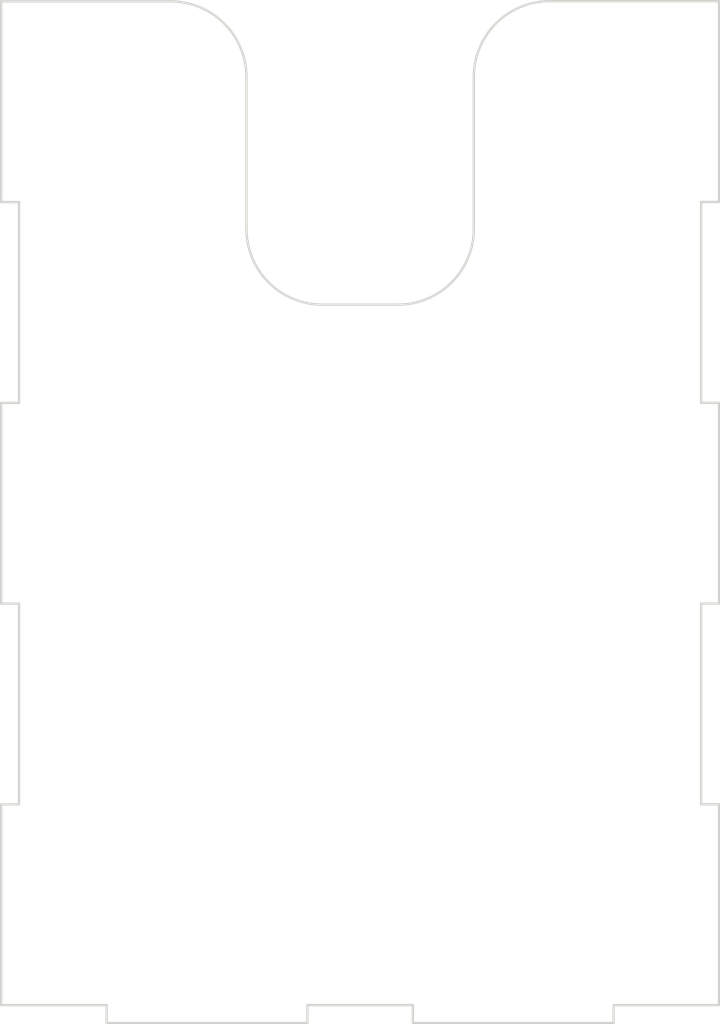
<source format=kicad_pcb>
(kicad_pcb (version 20171130) (host pcbnew "(5.1.2-1)-1")

  (general
    (thickness 1.6)
    (drawings 36)
    (tracks 0)
    (zones 0)
    (modules 0)
    (nets 1)
  )

  (page A4)
  (layers
    (0 F.Cu signal)
    (31 B.Cu signal)
    (32 B.Adhes user)
    (33 F.Adhes user)
    (34 B.Paste user)
    (35 F.Paste user)
    (36 B.SilkS user)
    (37 F.SilkS user)
    (38 B.Mask user)
    (39 F.Mask user)
    (40 Dwgs.User user)
    (41 Cmts.User user)
    (42 Eco1.User user)
    (43 Eco2.User user)
    (44 Edge.Cuts user)
    (45 Margin user)
    (46 B.CrtYd user)
    (47 F.CrtYd user)
    (48 B.Fab user)
    (49 F.Fab user)
  )

  (setup
    (last_trace_width 0.25)
    (trace_clearance 0.2)
    (zone_clearance 0.508)
    (zone_45_only no)
    (trace_min 0.2)
    (via_size 0.8)
    (via_drill 0.4)
    (via_min_size 0.4)
    (via_min_drill 0.3)
    (uvia_size 0.3)
    (uvia_drill 0.1)
    (uvias_allowed no)
    (uvia_min_size 0.2)
    (uvia_min_drill 0.1)
    (edge_width 0.05)
    (segment_width 0.2)
    (pcb_text_width 0.3)
    (pcb_text_size 1.5 1.5)
    (mod_edge_width 0.12)
    (mod_text_size 1 1)
    (mod_text_width 0.15)
    (pad_size 1.524 1.524)
    (pad_drill 0.762)
    (pad_to_mask_clearance 0.051)
    (solder_mask_min_width 0.25)
    (aux_axis_origin 100.33 138.43)
    (visible_elements FFFFFF7F)
    (pcbplotparams
      (layerselection 0x010fc_ffffffff)
      (usegerberextensions false)
      (usegerberattributes false)
      (usegerberadvancedattributes false)
      (creategerberjobfile false)
      (excludeedgelayer true)
      (linewidth 0.100000)
      (plotframeref false)
      (viasonmask false)
      (mode 1)
      (useauxorigin false)
      (hpglpennumber 1)
      (hpglpenspeed 20)
      (hpglpendiameter 15.000000)
      (psnegative false)
      (psa4output false)
      (plotreference true)
      (plotvalue true)
      (plotinvisibletext false)
      (padsonsilk false)
      (subtractmaskfromsilk false)
      (outputformat 1)
      (mirror false)
      (drillshape 1)
      (scaleselection 1)
      (outputdirectory ""))
  )

  (net 0 "")

  (net_class Default "This is the default net class."
    (clearance 0.2)
    (trace_width 0.25)
    (via_dia 0.8)
    (via_drill 0.4)
    (uvia_dia 0.3)
    (uvia_drill 0.1)
  )

  (gr_line (start 127.228599 53.040284) (end 127.228599 65.732387) (layer Edge.Cuts) (width 0.2))
  (gr_arc (start 133.578599 65.732387) (end 127.228599 65.732387) (angle -90) (layer Edge.Cuts) (width 0.2))
  (gr_line (start 139.928604 72.082387) (end 133.578599 72.082387) (layer Edge.Cuts) (width 0.2))
  (gr_arc (start 139.928604 65.732387) (end 139.928604 72.082387) (angle -90) (layer Edge.Cuts) (width 0.2))
  (gr_line (start 146.278604 53.024505) (end 146.278604 65.732387) (layer Edge.Cuts) (width 0.2))
  (gr_arc (start 152.628604 53.024505) (end 152.628604 46.674505) (angle -90) (layer Edge.Cuts) (width 0.2))
  (gr_line (start 106.68 46.69028) (end 106.68 63.5) (layer Edge.Cuts) (width 0.2))
  (gr_line (start 106.68 46.69028) (end 120.878595 46.69028) (layer Edge.Cuts) (width 0.2))
  (gr_arc (start 120.878595 53.040284) (end 127.228599 53.040284) (angle -90) (layer Edge.Cuts) (width 0.2))
  (gr_line (start 115.5192 132.23888) (end 132.334 132.23888) (layer Edge.Cuts) (width 0.2))
  (gr_line (start 165.327199 80.30381) (end 165.327199 63.481417) (layer Edge.Cuts) (width 0.2))
  (gr_line (start 166.827199 80.30381) (end 165.327199 80.30381) (layer Edge.Cuts) (width 0.2))
  (gr_line (start 141.1732 130.73888) (end 141.1732 132.23888) (layer Edge.Cuts) (width 0.2))
  (gr_line (start 141.1732 130.73888) (end 132.334 130.73888) (layer Edge.Cuts) (width 0.2))
  (gr_line (start 108.179999 113.92916) (end 106.68 113.92916) (layer Edge.Cuts) (width 0.2))
  (gr_line (start 166.827199 46.674505) (end 152.628604 46.674505) (layer Edge.Cuts) (width 0.2))
  (gr_line (start 166.827199 63.481417) (end 166.827199 46.674505) (layer Edge.Cuts) (width 0.2))
  (gr_line (start 165.327199 63.481417) (end 166.827199 63.481417) (layer Edge.Cuts) (width 0.2))
  (gr_line (start 132.334 132.23888) (end 132.334 130.73888) (layer Edge.Cuts) (width 0.2))
  (gr_line (start 166.827199 113.92408) (end 166.827199 130.73888) (layer Edge.Cuts) (width 0.2))
  (gr_line (start 157.987999 130.73888) (end 166.827199 130.73888) (layer Edge.Cuts) (width 0.2))
  (gr_line (start 166.827199 97.10928) (end 166.827199 80.30381) (layer Edge.Cuts) (width 0.2))
  (gr_line (start 165.327199 97.10928) (end 166.827199 97.10928) (layer Edge.Cuts) (width 0.2))
  (gr_line (start 106.68 113.92916) (end 106.68 130.73888) (layer Edge.Cuts) (width 0.2))
  (gr_line (start 165.327199 113.92408) (end 165.327199 97.10928) (layer Edge.Cuts) (width 0.2))
  (gr_line (start 166.827199 113.92408) (end 165.327199 113.92408) (layer Edge.Cuts) (width 0.2))
  (gr_line (start 106.68 130.73888) (end 115.5192 130.73888) (layer Edge.Cuts) (width 0.2))
  (gr_line (start 115.5192 130.73888) (end 115.5192 132.23888) (layer Edge.Cuts) (width 0.2))
  (gr_line (start 157.988 132.23888) (end 157.987999 130.73888) (layer Edge.Cuts) (width 0.2))
  (gr_line (start 141.1732 132.23888) (end 157.988 132.23888) (layer Edge.Cuts) (width 0.2))
  (gr_line (start 108.179999 97.11944) (end 108.179999 113.92916) (layer Edge.Cuts) (width 0.2))
  (gr_line (start 106.68 97.11944) (end 108.179999 97.11944) (layer Edge.Cuts) (width 0.2))
  (gr_line (start 106.68 80.30972) (end 106.68 97.11944) (layer Edge.Cuts) (width 0.2))
  (gr_line (start 108.18 80.30972) (end 106.68 80.30972) (layer Edge.Cuts) (width 0.2))
  (gr_line (start 108.179999 63.5) (end 108.18 80.30972) (layer Edge.Cuts) (width 0.2))
  (gr_line (start 106.68 63.5) (end 108.179999 63.5) (layer Edge.Cuts) (width 0.2))

)

</source>
